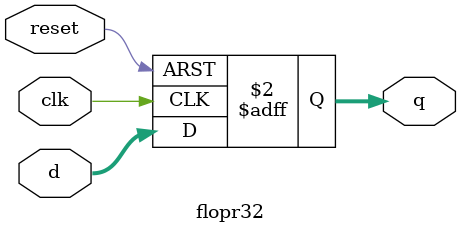
<source format=sv>
module flopr32(input logic clk, input logic reset, input logic [31:0]d, output logic [31:0]q);

//Reset Assincrono
always_ff @(posedge clk, posedge reset)
	
	if (reset) q <= 32'b0;
	else q <= d;

endmodule




</source>
